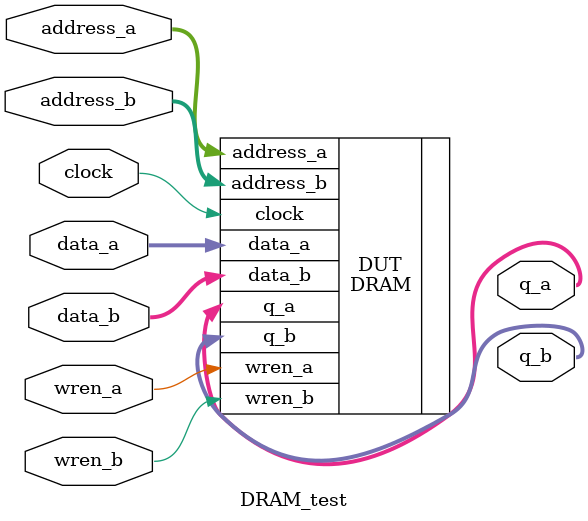
<source format=v>

`timescale 1 ps / 1 ps
module DRAM_test (
	address_a,
	address_b,
	clock,
	data_a,
	data_b,
	wren_a,
	wren_b,
	q_a,
	q_b);

	input	[15:0]  address_a;
	input	[15:0]  address_b;
	input	  clock;
	input	[7:0]  data_a;
	input	[7:0]  data_b;
	input	  wren_a;
	input	  wren_b;
	output	[7:0]  q_a;
	output	[7:0]  q_b;


	DRAM DUT (.address_a(address_a),
		.address_b(address_b),
		.clock(clock),
		.data_a(data_a),
		.data_b(data_b),
		.wren_a(wren_a),
		.wren_b(wren_b),
		.q_a(q_a),
		.q_b(q_b));
	
endmodule
</source>
